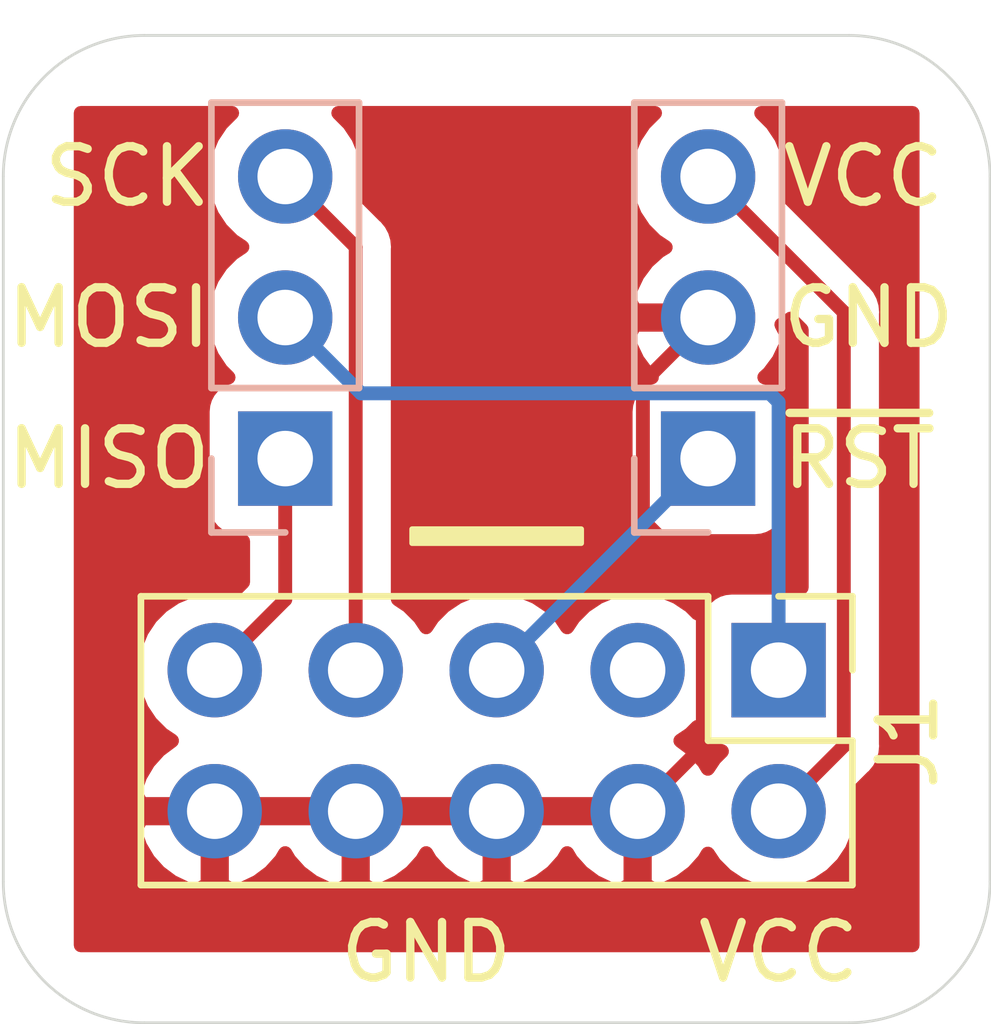
<source format=kicad_pcb>
(kicad_pcb (version 20171130) (host pcbnew "(5.1.6-0-10_14)")

  (general
    (thickness 1.6)
    (drawings 17)
    (tracks 17)
    (zones 0)
    (modules 3)
    (nets 8)
  )

  (page A4)
  (layers
    (0 F.Cu signal)
    (31 B.Cu signal)
    (32 B.Adhes user)
    (33 F.Adhes user)
    (34 B.Paste user)
    (35 F.Paste user)
    (36 B.SilkS user)
    (37 F.SilkS user)
    (38 B.Mask user)
    (39 F.Mask user)
    (40 Dwgs.User user)
    (41 Cmts.User user)
    (42 Eco1.User user)
    (43 Eco2.User user)
    (44 Edge.Cuts user)
    (45 Margin user)
    (46 B.CrtYd user)
    (47 F.CrtYd user)
    (48 B.Fab user)
    (49 F.Fab user)
  )

  (setup
    (last_trace_width 0.25)
    (trace_clearance 0.2)
    (zone_clearance 0.508)
    (zone_45_only no)
    (trace_min 0.2)
    (via_size 0.8)
    (via_drill 0.4)
    (via_min_size 0.4)
    (via_min_drill 0.3)
    (uvia_size 0.3)
    (uvia_drill 0.1)
    (uvias_allowed no)
    (uvia_min_size 0.2)
    (uvia_min_drill 0.1)
    (edge_width 0.05)
    (segment_width 0.2)
    (pcb_text_width 0.3)
    (pcb_text_size 1.5 1.5)
    (mod_edge_width 0.12)
    (mod_text_size 1 1)
    (mod_text_width 0.15)
    (pad_size 1.524 1.524)
    (pad_drill 0.762)
    (pad_to_mask_clearance 0.051)
    (solder_mask_min_width 0.25)
    (aux_axis_origin 0 0)
    (visible_elements 7FFFFFFF)
    (pcbplotparams
      (layerselection 0x010fc_ffffffff)
      (usegerberextensions true)
      (usegerberattributes false)
      (usegerberadvancedattributes false)
      (creategerberjobfile false)
      (excludeedgelayer true)
      (linewidth 0.100000)
      (plotframeref false)
      (viasonmask false)
      (mode 1)
      (useauxorigin false)
      (hpglpennumber 1)
      (hpglpenspeed 20)
      (hpglpendiameter 15.000000)
      (psnegative false)
      (psa4output false)
      (plotreference true)
      (plotvalue true)
      (plotinvisibletext false)
      (padsonsilk false)
      (subtractmaskfromsilk false)
      (outputformat 1)
      (mirror false)
      (drillshape 0)
      (scaleselection 1)
      (outputdirectory "gerbers/"))
  )

  (net 0 "")
  (net 1 "Net-(J1-Pad5)")
  (net 2 "Net-(J1-Pad3)")
  (net 3 "Net-(J1-Pad2)")
  (net 4 "Net-(J1-Pad1)")
  (net 5 "Net-(J1-Pad10)")
  (net 6 "Net-(J1-Pad9)")
  (net 7 "Net-(J1-Pad7)")

  (net_class Default "This is the default net class."
    (clearance 0.2)
    (trace_width 0.25)
    (via_dia 0.8)
    (via_drill 0.4)
    (uvia_dia 0.3)
    (uvia_drill 0.1)
    (add_net "Net-(J1-Pad1)")
    (add_net "Net-(J1-Pad10)")
    (add_net "Net-(J1-Pad2)")
    (add_net "Net-(J1-Pad3)")
    (add_net "Net-(J1-Pad5)")
    (add_net "Net-(J1-Pad7)")
    (add_net "Net-(J1-Pad9)")
  )

  (module Connector_PinHeader_2.54mm:PinHeader_2x05_P2.54mm_Vertical (layer F.Cu) (tedit 59FED5CC) (tstamp 5FB585BD)
    (at 134.62 80.01 270)
    (descr "Through hole straight pin header, 2x05, 2.54mm pitch, double rows")
    (tags "Through hole pin header THT 2x05 2.54mm double row")
    (path /5FC00C07)
    (fp_text reference J1 (at 1.27 -2.33 90) (layer F.SilkS)
      (effects (font (size 1 1) (thickness 0.15)))
    )
    (fp_text value AVRISP10 (at 1.27 12.49 90) (layer F.Fab)
      (effects (font (size 1 1) (thickness 0.15)))
    )
    (fp_line (start 0 -1.27) (end 3.81 -1.27) (layer F.Fab) (width 0.1))
    (fp_line (start 3.81 -1.27) (end 3.81 11.43) (layer F.Fab) (width 0.1))
    (fp_line (start 3.81 11.43) (end -1.27 11.43) (layer F.Fab) (width 0.1))
    (fp_line (start -1.27 11.43) (end -1.27 0) (layer F.Fab) (width 0.1))
    (fp_line (start -1.27 0) (end 0 -1.27) (layer F.Fab) (width 0.1))
    (fp_line (start -1.33 11.49) (end 3.87 11.49) (layer F.SilkS) (width 0.12))
    (fp_line (start -1.33 1.27) (end -1.33 11.49) (layer F.SilkS) (width 0.12))
    (fp_line (start 3.87 -1.33) (end 3.87 11.49) (layer F.SilkS) (width 0.12))
    (fp_line (start -1.33 1.27) (end 1.27 1.27) (layer F.SilkS) (width 0.12))
    (fp_line (start 1.27 1.27) (end 1.27 -1.33) (layer F.SilkS) (width 0.12))
    (fp_line (start 1.27 -1.33) (end 3.87 -1.33) (layer F.SilkS) (width 0.12))
    (fp_line (start -1.33 0) (end -1.33 -1.33) (layer F.SilkS) (width 0.12))
    (fp_line (start -1.33 -1.33) (end 0 -1.33) (layer F.SilkS) (width 0.12))
    (fp_line (start -1.8 -1.8) (end -1.8 11.95) (layer F.CrtYd) (width 0.05))
    (fp_line (start -1.8 11.95) (end 4.35 11.95) (layer F.CrtYd) (width 0.05))
    (fp_line (start 4.35 11.95) (end 4.35 -1.8) (layer F.CrtYd) (width 0.05))
    (fp_line (start 4.35 -1.8) (end -1.8 -1.8) (layer F.CrtYd) (width 0.05))
    (fp_text user %R (at 1.27 5.08) (layer F.Fab)
      (effects (font (size 1 1) (thickness 0.15)))
    )
    (pad 10 thru_hole oval (at 2.54 10.16 270) (size 1.7 1.7) (drill 1) (layers *.Cu *.Mask)
      (net 5 "Net-(J1-Pad10)"))
    (pad 9 thru_hole oval (at 0 10.16 270) (size 1.7 1.7) (drill 1) (layers *.Cu *.Mask)
      (net 6 "Net-(J1-Pad9)"))
    (pad 8 thru_hole oval (at 2.54 7.62 270) (size 1.7 1.7) (drill 1) (layers *.Cu *.Mask)
      (net 5 "Net-(J1-Pad10)"))
    (pad 7 thru_hole oval (at 0 7.62 270) (size 1.7 1.7) (drill 1) (layers *.Cu *.Mask)
      (net 7 "Net-(J1-Pad7)"))
    (pad 6 thru_hole oval (at 2.54 5.08 270) (size 1.7 1.7) (drill 1) (layers *.Cu *.Mask)
      (net 5 "Net-(J1-Pad10)"))
    (pad 5 thru_hole oval (at 0 5.08 270) (size 1.7 1.7) (drill 1) (layers *.Cu *.Mask)
      (net 1 "Net-(J1-Pad5)"))
    (pad 4 thru_hole oval (at 2.54 2.54 270) (size 1.7 1.7) (drill 1) (layers *.Cu *.Mask)
      (net 5 "Net-(J1-Pad10)"))
    (pad 3 thru_hole oval (at 0 2.54 270) (size 1.7 1.7) (drill 1) (layers *.Cu *.Mask)
      (net 2 "Net-(J1-Pad3)"))
    (pad 2 thru_hole oval (at 2.54 0 270) (size 1.7 1.7) (drill 1) (layers *.Cu *.Mask)
      (net 3 "Net-(J1-Pad2)"))
    (pad 1 thru_hole rect (at 0 0 270) (size 1.7 1.7) (drill 1) (layers *.Cu *.Mask)
      (net 4 "Net-(J1-Pad1)"))
    (model ${KISYS3DMOD}/Connector_PinHeader_2.54mm.3dshapes/PinHeader_2x05_P2.54mm_Vertical.wrl
      (at (xyz 0 0 0))
      (scale (xyz 1 1 1))
      (rotate (xyz 0 0 0))
    )
  )

  (module Connector_PinHeader_2.54mm:PinHeader_1x03_P2.54mm_Vertical (layer B.Cu) (tedit 59FED5CC) (tstamp 5FB58984)
    (at 133.35 76.2)
    (descr "Through hole straight pin header, 1x03, 2.54mm pitch, single row")
    (tags "Through hole pin header THT 1x03 2.54mm single row")
    (path /5FBFB321)
    (fp_text reference J3 (at 0 2.33) (layer B.SilkS) hide
      (effects (font (size 1 1) (thickness 0.15)) (justify mirror))
    )
    (fp_text value Right (at 0 -7.41) (layer B.Fab)
      (effects (font (size 1 1) (thickness 0.15)) (justify mirror))
    )
    (fp_line (start -0.635 1.27) (end 1.27 1.27) (layer B.Fab) (width 0.1))
    (fp_line (start 1.27 1.27) (end 1.27 -6.35) (layer B.Fab) (width 0.1))
    (fp_line (start 1.27 -6.35) (end -1.27 -6.35) (layer B.Fab) (width 0.1))
    (fp_line (start -1.27 -6.35) (end -1.27 0.635) (layer B.Fab) (width 0.1))
    (fp_line (start -1.27 0.635) (end -0.635 1.27) (layer B.Fab) (width 0.1))
    (fp_line (start -1.33 -6.41) (end 1.33 -6.41) (layer B.SilkS) (width 0.12))
    (fp_line (start -1.33 -1.27) (end -1.33 -6.41) (layer B.SilkS) (width 0.12))
    (fp_line (start 1.33 -1.27) (end 1.33 -6.41) (layer B.SilkS) (width 0.12))
    (fp_line (start -1.33 -1.27) (end 1.33 -1.27) (layer B.SilkS) (width 0.12))
    (fp_line (start -1.33 0) (end -1.33 1.33) (layer B.SilkS) (width 0.12))
    (fp_line (start -1.33 1.33) (end 0 1.33) (layer B.SilkS) (width 0.12))
    (fp_line (start -1.8 1.8) (end -1.8 -6.85) (layer B.CrtYd) (width 0.05))
    (fp_line (start -1.8 -6.85) (end 1.8 -6.85) (layer B.CrtYd) (width 0.05))
    (fp_line (start 1.8 -6.85) (end 1.8 1.8) (layer B.CrtYd) (width 0.05))
    (fp_line (start 1.8 1.8) (end -1.8 1.8) (layer B.CrtYd) (width 0.05))
    (fp_text user %R (at 0 -2.54 -90) (layer B.Fab)
      (effects (font (size 1 1) (thickness 0.15)) (justify mirror))
    )
    (pad 3 thru_hole oval (at 0 -5.08) (size 1.7 1.7) (drill 1) (layers *.Cu *.Mask)
      (net 3 "Net-(J1-Pad2)"))
    (pad 2 thru_hole oval (at 0 -2.54) (size 1.7 1.7) (drill 1) (layers *.Cu *.Mask)
      (net 5 "Net-(J1-Pad10)"))
    (pad 1 thru_hole rect (at 0 0) (size 1.7 1.7) (drill 1) (layers *.Cu *.Mask)
      (net 1 "Net-(J1-Pad5)"))
    (model ${KISYS3DMOD}/Connector_PinHeader_2.54mm.3dshapes/PinHeader_1x03_P2.54mm_Vertical.wrl
      (at (xyz 0 0 0))
      (scale (xyz 1 1 1))
      (rotate (xyz 0 0 0))
    )
  )

  (module Connector_PinHeader_2.54mm:PinHeader_1x03_P2.54mm_Vertical (layer B.Cu) (tedit 59FED5CC) (tstamp 5FB57184)
    (at 125.73 76.2)
    (descr "Through hole straight pin header, 1x03, 2.54mm pitch, single row")
    (tags "Through hole pin header THT 1x03 2.54mm single row")
    (path /5FBFAE54)
    (fp_text reference J2 (at 0 2.33) (layer B.SilkS) hide
      (effects (font (size 1 1) (thickness 0.15)) (justify mirror))
    )
    (fp_text value Left (at 0 -7.41) (layer B.Fab)
      (effects (font (size 1 1) (thickness 0.15)) (justify mirror))
    )
    (fp_line (start -0.635 1.27) (end 1.27 1.27) (layer B.Fab) (width 0.1))
    (fp_line (start 1.27 1.27) (end 1.27 -6.35) (layer B.Fab) (width 0.1))
    (fp_line (start 1.27 -6.35) (end -1.27 -6.35) (layer B.Fab) (width 0.1))
    (fp_line (start -1.27 -6.35) (end -1.27 0.635) (layer B.Fab) (width 0.1))
    (fp_line (start -1.27 0.635) (end -0.635 1.27) (layer B.Fab) (width 0.1))
    (fp_line (start -1.33 -6.41) (end 1.33 -6.41) (layer B.SilkS) (width 0.12))
    (fp_line (start -1.33 -1.27) (end -1.33 -6.41) (layer B.SilkS) (width 0.12))
    (fp_line (start 1.33 -1.27) (end 1.33 -6.41) (layer B.SilkS) (width 0.12))
    (fp_line (start -1.33 -1.27) (end 1.33 -1.27) (layer B.SilkS) (width 0.12))
    (fp_line (start -1.33 0) (end -1.33 1.33) (layer B.SilkS) (width 0.12))
    (fp_line (start -1.33 1.33) (end 0 1.33) (layer B.SilkS) (width 0.12))
    (fp_line (start -1.8 1.8) (end -1.8 -6.85) (layer B.CrtYd) (width 0.05))
    (fp_line (start -1.8 -6.85) (end 1.8 -6.85) (layer B.CrtYd) (width 0.05))
    (fp_line (start 1.8 -6.85) (end 1.8 1.8) (layer B.CrtYd) (width 0.05))
    (fp_line (start 1.8 1.8) (end -1.8 1.8) (layer B.CrtYd) (width 0.05))
    (fp_text user %R (at 0 -2.54 -90) (layer B.Fab)
      (effects (font (size 1 1) (thickness 0.15)) (justify mirror))
    )
    (pad 3 thru_hole oval (at 0 -5.08) (size 1.7 1.7) (drill 1) (layers *.Cu *.Mask)
      (net 7 "Net-(J1-Pad7)"))
    (pad 2 thru_hole oval (at 0 -2.54) (size 1.7 1.7) (drill 1) (layers *.Cu *.Mask)
      (net 4 "Net-(J1-Pad1)"))
    (pad 1 thru_hole rect (at 0 0) (size 1.7 1.7) (drill 1) (layers *.Cu *.Mask)
      (net 6 "Net-(J1-Pad9)"))
    (model ${KISYS3DMOD}/Connector_PinHeader_2.54mm.3dshapes/PinHeader_1x03_P2.54mm_Vertical.wrl
      (at (xyz 0 0 0))
      (scale (xyz 1 1 1))
      (rotate (xyz 0 0 0))
    )
  )

  (gr_poly (pts (xy 131.064 77.724) (xy 128.016 77.724) (xy 128.016 77.47) (xy 131.064 77.47)) (layer F.SilkS) (width 0.1))
  (gr_text GND (at 128.27 85.09) (layer F.SilkS)
    (effects (font (size 1 1) (thickness 0.15)))
  )
  (gr_text VCC (at 134.62 85.09) (layer F.SilkS)
    (effects (font (size 1 1) (thickness 0.15)))
  )
  (gr_arc (start 135.89 83.82) (end 135.89 86.36) (angle -90) (layer Edge.Cuts) (width 0.05))
  (gr_arc (start 123.19 83.82) (end 120.65 83.82) (angle -90) (layer Edge.Cuts) (width 0.05))
  (gr_arc (start 123.19 71.12) (end 123.19 68.58) (angle -90) (layer Edge.Cuts) (width 0.05))
  (gr_arc (start 135.89 71.12) (end 138.43 71.12) (angle -90) (layer Edge.Cuts) (width 0.05))
  (gr_line (start 135.89 68.58) (end 123.19 68.58) (layer Edge.Cuts) (width 0.05))
  (gr_line (start 138.43 83.82) (end 138.43 71.12) (layer Edge.Cuts) (width 0.05))
  (gr_line (start 123.19 86.36) (end 135.89 86.36) (layer Edge.Cuts) (width 0.05))
  (gr_line (start 120.65 71.12) (end 120.65 83.82) (layer Edge.Cuts) (width 0.05))
  (gr_text ~RST (at 134.62 76.2) (layer F.SilkS)
    (effects (font (size 1 1) (thickness 0.15)) (justify left))
  )
  (gr_text GND (at 134.62 73.66) (layer F.SilkS) (tstamp 5FB575BF)
    (effects (font (size 1 1) (thickness 0.15)) (justify left))
  )
  (gr_text VCC (at 134.62 71.12) (layer F.SilkS)
    (effects (font (size 1 1) (thickness 0.15)) (justify left))
  )
  (gr_text MISO (at 124.46 76.2) (layer F.SilkS)
    (effects (font (size 1 1) (thickness 0.15)) (justify right))
  )
  (gr_text MOSI (at 124.46 73.66) (layer F.SilkS)
    (effects (font (size 1 1) (thickness 0.15)) (justify right))
  )
  (gr_text SCK (at 124.46 71.12) (layer F.SilkS) (tstamp 5FB583DD)
    (effects (font (size 1 1) (thickness 0.15)) (justify right))
  )

  (segment (start 133.35 76.2) (end 129.54 80.01) (width 0.25) (layer B.Cu) (net 1))
  (segment (start 135.795001 81.374999) (end 134.62 82.55) (width 0.25) (layer F.Cu) (net 3))
  (segment (start 135.795001 73.565001) (end 135.795001 81.374999) (width 0.25) (layer F.Cu) (net 3))
  (segment (start 133.35 71.12) (end 135.795001 73.565001) (width 0.25) (layer F.Cu) (net 3))
  (segment (start 134.62 75.184998) (end 134.62 80.01) (width 0.25) (layer B.Cu) (net 4))
  (segment (start 127.094999 75.024999) (end 134.460001 75.024999) (width 0.25) (layer B.Cu) (net 4))
  (segment (start 134.460001 75.024999) (end 134.62 75.184998) (width 0.25) (layer B.Cu) (net 4))
  (segment (start 125.73 73.66) (end 127.094999 75.024999) (width 0.25) (layer B.Cu) (net 4))
  (segment (start 132.174999 77.310001) (end 132.174999 74.835001) (width 0.25) (layer F.Cu) (net 5))
  (segment (start 133.255001 78.390003) (end 132.174999 77.310001) (width 0.25) (layer F.Cu) (net 5))
  (segment (start 133.255001 81.374999) (end 133.255001 78.390003) (width 0.25) (layer F.Cu) (net 5))
  (segment (start 132.174999 74.835001) (end 133.35 73.66) (width 0.25) (layer F.Cu) (net 5))
  (segment (start 132.08 82.55) (end 133.255001 81.374999) (width 0.25) (layer F.Cu) (net 5))
  (segment (start 125.73 78.74) (end 124.46 80.01) (width 0.25) (layer F.Cu) (net 6))
  (segment (start 125.73 76.2) (end 125.73 78.74) (width 0.25) (layer F.Cu) (net 6))
  (segment (start 127 72.39) (end 127 80.01) (width 0.25) (layer F.Cu) (net 7))
  (segment (start 125.73 71.12) (end 127 72.39) (width 0.25) (layer F.Cu) (net 7))

  (zone (net 5) (net_name "Net-(J1-Pad10)") (layer F.Cu) (tstamp 0) (hatch edge 0.508)
    (connect_pads (clearance 0.508))
    (min_thickness 0.254)
    (fill yes (arc_segments 32) (thermal_gap 0.508) (thermal_bridge_width 0.508))
    (polygon
      (pts
        (xy 137.16 85.09) (xy 121.92 85.09) (xy 121.92 69.85) (xy 137.16 69.85)
      )
    )
    (filled_polygon
      (pts
        (xy 124.576525 70.173368) (xy 124.41401 70.416589) (xy 124.302068 70.686842) (xy 124.245 70.97374) (xy 124.245 71.26626)
        (xy 124.302068 71.553158) (xy 124.41401 71.823411) (xy 124.576525 72.066632) (xy 124.783368 72.273475) (xy 124.95776 72.39)
        (xy 124.783368 72.506525) (xy 124.576525 72.713368) (xy 124.41401 72.956589) (xy 124.302068 73.226842) (xy 124.245 73.51374)
        (xy 124.245 73.80626) (xy 124.302068 74.093158) (xy 124.41401 74.363411) (xy 124.576525 74.606632) (xy 124.70838 74.738487)
        (xy 124.63582 74.760498) (xy 124.525506 74.819463) (xy 124.428815 74.898815) (xy 124.349463 74.995506) (xy 124.290498 75.10582)
        (xy 124.254188 75.225518) (xy 124.241928 75.35) (xy 124.241928 77.05) (xy 124.254188 77.174482) (xy 124.290498 77.29418)
        (xy 124.349463 77.404494) (xy 124.428815 77.501185) (xy 124.525506 77.580537) (xy 124.63582 77.639502) (xy 124.755518 77.675812)
        (xy 124.88 77.688072) (xy 124.970001 77.688072) (xy 124.970001 78.425197) (xy 124.826408 78.56879) (xy 124.60626 78.525)
        (xy 124.31374 78.525) (xy 124.026842 78.582068) (xy 123.756589 78.69401) (xy 123.513368 78.856525) (xy 123.306525 79.063368)
        (xy 123.14401 79.306589) (xy 123.032068 79.576842) (xy 122.975 79.86374) (xy 122.975 80.15626) (xy 123.032068 80.443158)
        (xy 123.14401 80.713411) (xy 123.306525 80.956632) (xy 123.513368 81.163475) (xy 123.689406 81.2811) (xy 123.459731 81.452412)
        (xy 123.264822 81.668645) (xy 123.115843 81.918748) (xy 123.018519 82.193109) (xy 123.139186 82.423) (xy 124.333 82.423)
        (xy 124.333 82.403) (xy 124.587 82.403) (xy 124.587 82.423) (xy 126.873 82.423) (xy 126.873 82.403)
        (xy 127.127 82.403) (xy 127.127 82.423) (xy 129.413 82.423) (xy 129.413 82.403) (xy 129.667 82.403)
        (xy 129.667 82.423) (xy 131.953 82.423) (xy 131.953 82.403) (xy 132.207 82.403) (xy 132.207 82.423)
        (xy 132.227 82.423) (xy 132.227 82.677) (xy 132.207 82.677) (xy 132.207 83.870155) (xy 132.43689 83.991476)
        (xy 132.584099 83.946825) (xy 132.84692 83.821641) (xy 133.080269 83.647588) (xy 133.275178 83.431355) (xy 133.344805 83.314466)
        (xy 133.466525 83.496632) (xy 133.673368 83.703475) (xy 133.916589 83.86599) (xy 134.186842 83.977932) (xy 134.47374 84.035)
        (xy 134.76626 84.035) (xy 135.053158 83.977932) (xy 135.323411 83.86599) (xy 135.566632 83.703475) (xy 135.773475 83.496632)
        (xy 135.93599 83.253411) (xy 136.047932 82.983158) (xy 136.105 82.69626) (xy 136.105 82.40374) (xy 136.06121 82.183592)
        (xy 136.306004 81.938798) (xy 136.335002 81.915) (xy 136.429975 81.799275) (xy 136.500547 81.667246) (xy 136.544004 81.523985)
        (xy 136.555001 81.412332) (xy 136.555001 81.412323) (xy 136.558677 81.375) (xy 136.555001 81.337677) (xy 136.555001 73.602334)
        (xy 136.558678 73.565001) (xy 136.544004 73.416015) (xy 136.500547 73.272754) (xy 136.429975 73.140725) (xy 136.3588 73.053998)
        (xy 136.335002 73.025) (xy 136.306005 73.001203) (xy 134.791209 71.486408) (xy 134.835 71.26626) (xy 134.835 70.97374)
        (xy 134.777932 70.686842) (xy 134.66599 70.416589) (xy 134.503475 70.173368) (xy 134.307107 69.977) (xy 137.033 69.977)
        (xy 137.033 84.963) (xy 122.047 84.963) (xy 122.047 82.906891) (xy 123.018519 82.906891) (xy 123.115843 83.181252)
        (xy 123.264822 83.431355) (xy 123.459731 83.647588) (xy 123.69308 83.821641) (xy 123.955901 83.946825) (xy 124.10311 83.991476)
        (xy 124.333 83.870155) (xy 124.333 82.677) (xy 124.587 82.677) (xy 124.587 83.870155) (xy 124.81689 83.991476)
        (xy 124.964099 83.946825) (xy 125.22692 83.821641) (xy 125.460269 83.647588) (xy 125.655178 83.431355) (xy 125.73 83.305745)
        (xy 125.804822 83.431355) (xy 125.999731 83.647588) (xy 126.23308 83.821641) (xy 126.495901 83.946825) (xy 126.64311 83.991476)
        (xy 126.873 83.870155) (xy 126.873 82.677) (xy 127.127 82.677) (xy 127.127 83.870155) (xy 127.35689 83.991476)
        (xy 127.504099 83.946825) (xy 127.76692 83.821641) (xy 128.000269 83.647588) (xy 128.195178 83.431355) (xy 128.27 83.305745)
        (xy 128.344822 83.431355) (xy 128.539731 83.647588) (xy 128.77308 83.821641) (xy 129.035901 83.946825) (xy 129.18311 83.991476)
        (xy 129.413 83.870155) (xy 129.413 82.677) (xy 129.667 82.677) (xy 129.667 83.870155) (xy 129.89689 83.991476)
        (xy 130.044099 83.946825) (xy 130.30692 83.821641) (xy 130.540269 83.647588) (xy 130.735178 83.431355) (xy 130.81 83.305745)
        (xy 130.884822 83.431355) (xy 131.079731 83.647588) (xy 131.31308 83.821641) (xy 131.575901 83.946825) (xy 131.72311 83.991476)
        (xy 131.953 83.870155) (xy 131.953 82.677) (xy 129.667 82.677) (xy 129.413 82.677) (xy 127.127 82.677)
        (xy 126.873 82.677) (xy 124.587 82.677) (xy 124.333 82.677) (xy 123.139186 82.677) (xy 123.018519 82.906891)
        (xy 122.047 82.906891) (xy 122.047 69.977) (xy 124.772893 69.977)
      )
    )
    (filled_polygon
      (pts
        (xy 133.180498 81.10418) (xy 133.239463 81.214494) (xy 133.318815 81.311185) (xy 133.415506 81.390537) (xy 133.52582 81.449502)
        (xy 133.59838 81.471513) (xy 133.466525 81.603368) (xy 133.344805 81.785534) (xy 133.275178 81.668645) (xy 133.080269 81.452412)
        (xy 132.850594 81.2811) (xy 133.026632 81.163475) (xy 133.158487 81.03162)
      )
    )
    (filled_polygon
      (pts
        (xy 132.196525 70.173368) (xy 132.03401 70.416589) (xy 131.922068 70.686842) (xy 131.865 70.97374) (xy 131.865 71.26626)
        (xy 131.922068 71.553158) (xy 132.03401 71.823411) (xy 132.196525 72.066632) (xy 132.403368 72.273475) (xy 132.585534 72.395195)
        (xy 132.468645 72.464822) (xy 132.252412 72.659731) (xy 132.078359 72.89308) (xy 131.953175 73.155901) (xy 131.908524 73.30311)
        (xy 132.029845 73.533) (xy 133.223 73.533) (xy 133.223 73.513) (xy 133.477 73.513) (xy 133.477 73.533)
        (xy 133.497 73.533) (xy 133.497 73.787) (xy 133.477 73.787) (xy 133.477 73.807) (xy 133.223 73.807)
        (xy 133.223 73.787) (xy 132.029845 73.787) (xy 131.908524 74.01689) (xy 131.953175 74.164099) (xy 132.078359 74.42692)
        (xy 132.252412 74.660269) (xy 132.336466 74.736034) (xy 132.25582 74.760498) (xy 132.145506 74.819463) (xy 132.048815 74.898815)
        (xy 131.969463 74.995506) (xy 131.910498 75.10582) (xy 131.874188 75.225518) (xy 131.861928 75.35) (xy 131.861928 77.05)
        (xy 131.874188 77.174482) (xy 131.910498 77.29418) (xy 131.969463 77.404494) (xy 132.048815 77.501185) (xy 132.145506 77.580537)
        (xy 132.25582 77.639502) (xy 132.375518 77.675812) (xy 132.5 77.688072) (xy 134.2 77.688072) (xy 134.324482 77.675812)
        (xy 134.44418 77.639502) (xy 134.554494 77.580537) (xy 134.651185 77.501185) (xy 134.730537 77.404494) (xy 134.789502 77.29418)
        (xy 134.825812 77.174482) (xy 134.838072 77.05) (xy 134.838072 75.35) (xy 134.825812 75.225518) (xy 134.789502 75.10582)
        (xy 134.730537 74.995506) (xy 134.651185 74.898815) (xy 134.554494 74.819463) (xy 134.44418 74.760498) (xy 134.363534 74.736034)
        (xy 134.447588 74.660269) (xy 134.621641 74.42692) (xy 134.746825 74.164099) (xy 134.791476 74.01689) (xy 134.670156 73.787002)
        (xy 134.835 73.787002) (xy 134.835 73.679802) (xy 135.035001 73.879803) (xy 135.035002 78.521928) (xy 133.77 78.521928)
        (xy 133.645518 78.534188) (xy 133.52582 78.570498) (xy 133.415506 78.629463) (xy 133.318815 78.708815) (xy 133.239463 78.805506)
        (xy 133.180498 78.91582) (xy 133.158487 78.98838) (xy 133.026632 78.856525) (xy 132.783411 78.69401) (xy 132.513158 78.582068)
        (xy 132.22626 78.525) (xy 131.93374 78.525) (xy 131.646842 78.582068) (xy 131.376589 78.69401) (xy 131.133368 78.856525)
        (xy 130.926525 79.063368) (xy 130.81 79.23776) (xy 130.693475 79.063368) (xy 130.486632 78.856525) (xy 130.243411 78.69401)
        (xy 129.973158 78.582068) (xy 129.68626 78.525) (xy 129.39374 78.525) (xy 129.106842 78.582068) (xy 128.836589 78.69401)
        (xy 128.593368 78.856525) (xy 128.386525 79.063368) (xy 128.27 79.23776) (xy 128.153475 79.063368) (xy 127.946632 78.856525)
        (xy 127.76 78.731822) (xy 127.76 72.427322) (xy 127.763676 72.389999) (xy 127.76 72.352676) (xy 127.76 72.352667)
        (xy 127.749003 72.241014) (xy 127.705546 72.097753) (xy 127.634974 71.965724) (xy 127.540001 71.849999) (xy 127.511004 71.826202)
        (xy 127.17121 71.486408) (xy 127.215 71.26626) (xy 127.215 70.97374) (xy 127.157932 70.686842) (xy 127.04599 70.416589)
        (xy 126.883475 70.173368) (xy 126.687107 69.977) (xy 132.392893 69.977)
      )
    )
  )
)

</source>
